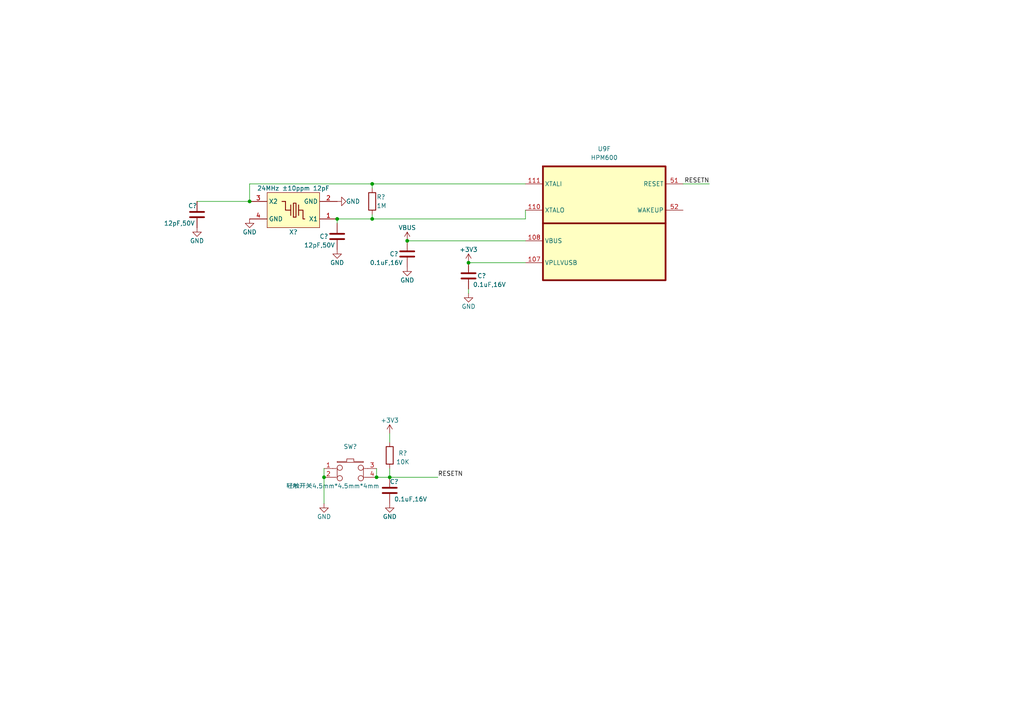
<source format=kicad_sch>
(kicad_sch (version 20230121) (generator eeschema)
  (paper "A4")
  (title_block (title "HPM6P00EVKRevB") (date "2024-10-13") (rev "RevB") (comment 1 "MCU_USB&OSC"))
  (junction (at 109.22 138.43))
  (junction (at 113.03 138.43))
  (junction (at 93.98 138.43))
  (junction (at 135.89 76.2))
  (junction (at 118.11 69.85))
  (junction (at 107.95 63.5))
  (junction (at 97.79 63.5))
  (junction (at 72.39 58.42))
  (junction (at 107.95 53.34))
  (wire (pts (xy 113.03 125.73) (xy 113.03 128.27)))
  (wire (pts (xy 93.98 135.89) (xy 93.98 138.43)))
  (wire (pts (xy 107.95 54.61) (xy 107.95 53.34)))
  (wire (pts (xy 107.95 63.5) (xy 152.4 63.5)))
  (wire (pts (xy 109.22 135.89) (xy 109.22 138.43)))
  (wire (pts (xy 113.03 135.89) (xy 113.03 138.43)))
  (wire (pts (xy 118.11 69.85) (xy 152.4 69.85)))
  (wire (pts (xy 57.15 58.42) (xy 72.39 58.42)))
  (wire (pts (xy 93.98 138.43) (xy 93.98 146.05)))
  (wire (pts (xy 72.39 53.34) (xy 107.95 53.34)))
  (wire (pts (xy 72.39 58.42) (xy 72.39 53.34)))
  (wire (pts (xy 205.74 53.34) (xy 198.12 53.34)))
  (wire (pts (xy 152.4 60.96) (xy 152.4 63.5)))
  (wire (pts (xy 135.89 76.2) (xy 152.4 76.2)))
  (wire (pts (xy 109.22 138.43) (xy 113.03 138.43)))
  (wire (pts (xy 97.79 63.5) (xy 107.95 63.5)))
  (wire (pts (xy 135.89 83.82) (xy 135.89 85.09)))
  (wire (pts (xy 97.79 64.77) (xy 97.79 63.5)))
  (wire (pts (xy 107.95 62.23) (xy 107.95 63.5)))
  (wire (pts (xy 107.95 53.34) (xy 152.4 53.34)))
  (wire (pts (xy 113.03 138.43) (xy 127 138.43)))
  (label "RESETN" (at 127 138.43 0))
  (label "RESETN" (at 205.74 53.34 180))
  (symbol (lib_id "00_HPM_power:GND") (at 118.11 77.47 0) (unit 1)
    (property "Reference" "#PWR?" (effects hide))
    (property "Value" "GND" (at 116.078 81.28 0) (effects (justify left)))
    (instances (project "HPM5300-USB-OSC" (path "" (reference "#PWR?") (unit 1))) (project "HPM600_CORE_EVB_REVA" (path "" (reference "#PWR0118") (unit 1)) (path "" (reference "#PWR0126") (unit 1))) (project "HPM6E00 SKT Board BGA289_BDIF REVA" (path "" (reference "#PWR060") (unit 1))) (project "HPM600ADCEVKRevB" (path "" (reference "#PWR013") (unit 1))) (project "HPM5300 SKT Board LQFP100 REVA" (path "" (reference "#PWR?") (unit 1))))
  )
  (symbol (lib_id "03_HPM_Capacitance:12pF,50V_0402") (at 97.79 68.58 0) (mirror y) (unit 1)
    (property "Reference" "C?" (at 95.25 68.58 0) (effects (justify left)))
    (property "Value" "12pF,50V" (at 97.155 71.12 0) (effects (justify left)))
    (property "Footprint" "03_HPM_Capacitance:C_0402_1005Metric" (effects hide))
    (property "Model" "CC0402JRNPO9BN120" (effects hide))
    (property "Company" " YAGEO(国巨)" (effects hide))
    (instances (project "HPM5300-USB-OSC" (path "" (reference "C?") (unit 1))) (project "HPM6E00 SKT Board BGA289_BDIF REVA" (path "" (reference "C?") (unit 1))) (project "HPM600ADCEVKRevB" (path "" (reference "C67") (unit 1))) (project "HPM5300 SKT Board LQFP100 REVA" (path "" (reference "C?") (unit 1))))
  )
  (symbol (lib_id "98_POWER:GND") (at 113.03 146.05 0) (unit 1)
    (property "Reference" "#PWR?" (effects hide))
    (property "Value" "GND" (at 110.998 149.86 0) (effects (justify left)))
    (instances (project "HPM5300-USB-OSC" (path "" (reference "#PWR?") (unit 1))) (project "HPM600ADCEVKRevB" (path "" (reference "#PWR067") (unit 1))) (project "HPM5300 EVK REVC" (path "" (reference "#PWR?") (unit 1))))
  )
  (symbol (lib_id "03_HPM_Capacitance:0.1uF,16V_0402") (at 118.11 73.66 0) (mirror y) (unit 1)
    (property "Reference" "C?" (at 115.57 73.66 0) (effects (justify left)))
    (property "Value" "0.1uF,16V" (at 116.84 76.2 0) (effects (justify left)))
    (property "Footprint" "03_HPM_Capacitance:C_0402_1005Metric" (effects hide))
    (property "Model" "CL05B104KO5NNNC" (effects hide))
    (property "Company" "SAMSUNG(三星)" (effects hide))
    (instances (project "HPM5300-USB-OSC" (path "" (reference "C?") (unit 1))) (project "HPM600_CORE_EVB_REVA" (path "" (reference "C42") (unit 1)) (path "" (reference "C44") (unit 1))) (project "HPM6E00 SKT Board BGA289_BDIF REVA" (path "" (reference "C39") (unit 1))) (project "HPM600ADCEVKRevB" (path "" (reference "C54") (unit 1))) (project "HPM5300 SKT Board LQFP100 REVA" (path "" (reference "C?") (unit 1))))
  )
  (symbol (lib_id "02_HPM_Resistor:10K_0402") (at 113.03 132.08 270) (unit 1)
    (property "Reference" "R?" (at 116.84 131.445 90))
    (property "Value" "10K" (at 116.84 133.985 90))
    (property "Footprint" "02_HPM_Resistor:R_0402_1005Metric" (effects hide))
    (property "Model" "0402WGF1002TCE" (effects hide))
    (property "Company" "UNI-ROYAL(厚声)" (effects hide))
    (instances (project "HPM5300-USB-OSC" (path "" (reference "R?") (unit 1))) (project "HPM600ADCEVKRevB" (path "" (reference "R56") (unit 1))) (project "HPM5300 EVK REVC" (path "" (reference "R?") (unit 1))))
  )
  (symbol (lib_id "03_HPM_Capacitance:0.1uF,16V_0402") (at 135.89 80.01 0) (unit 1)
    (property "Reference" "C?" (at 138.43 80.01 0) (effects (justify left)))
    (property "Value" "0.1uF,16V" (at 137.16 82.55 0) (effects (justify left)))
    (property "Footprint" "03_HPM_Capacitance:C_0402_1005Metric" (effects hide))
    (property "Model" "CL05B104KO5NNNC" (effects hide))
    (property "Company" "SAMSUNG(三星)" (effects hide))
    (instances (project "HPM5300-USB-OSC" (path "" (reference "C?") (unit 1))) (project "HPM6E00 SKT Board BGA289_BDIF REVA" (path "" (reference "C?") (unit 1))) (project "HPM600ADCEVKRevB" (path "" (reference "C68") (unit 1))) (project "HPM5300 SKT Board LQFP100 REVA" (path "" (reference "C?") (unit 1))))
  )
  (symbol (lib_id "00_HPM_power:GND") (at 72.39 63.5 0) (unit 1)
    (property "Reference" "#PWR?" (effects hide))
    (property "Value" "GND" (at 70.358 67.31 0) (effects (justify left)))
    (instances (project "HPM5300-USB-OSC" (path "" (reference "#PWR?") (unit 1))) (project "HPM6E00 SKT Board BGA289_BDIF REVA" (path "" (reference "#PWR?") (unit 1))) (project "HPM600ADCEVKRevB" (path "" (reference "#PWR060") (unit 1))) (project "HPM5300 SKT Board LQFP100 REVA" (path "" (reference "#PWR?") (unit 1))))
  )
  (symbol (lib_id "00_HPM_power:+3.3V") (at 113.03 125.73 0) (unit 1)
    (property "Reference" "#PWR?" (effects hide))
    (property "Value" "+3.3V" (at 113.03 121.92 0))
    (instances (project "HPM5300-USB-OSC" (path "" (reference "#PWR?") (unit 1))) (project "HPM600ADCEVKRevB" (path "" (reference "#PWR066") (unit 1))) (project "HPM5300 EVK REVC" (path "" (reference "#PWR?") (unit 1))))
  )
  (symbol (lib_id "03_HPM_Capacitance:12pF,50V_0402") (at 57.15 62.23 0) (mirror y) (unit 1)
    (property "Reference" "C?" (at 57.15 59.69 0) (effects (justify left)))
    (property "Value" "12pF,50V" (at 56.515 64.77 0) (effects (justify left)))
    (property "Footprint" "03_HPM_Capacitance:C_0402_1005Metric" (effects hide))
    (property "Model" "CC0402JRNPO9BN120" (effects hide))
    (property "Company" " YAGEO(国巨)" (effects hide))
    (instances (project "HPM5300-USB-OSC" (path "" (reference "C?") (unit 1))) (project "HPM6E00 SKT Board BGA289_BDIF REVA" (path "" (reference "C?") (unit 1))) (project "HPM600ADCEVKRevB" (path "" (reference "C66") (unit 1))) (project "HPM5300 SKT Board LQFP100 REVA" (path "" (reference "C?") (unit 1))))
  )
  (symbol (lib_id "00_HPM_power:+3.3V") (at 135.89 76.2 0) (unit 1)
    (property "Reference" "#PWR?" (effects hide))
    (property "Value" "+3.3V" (at 135.89 72.39 0))
    (instances (project "HPM6E00-PA00-PA31-JTAG-BOOT-LED-KEY" (path "" (reference "#PWR?") (unit 1))) (project "HPM6E00 SKT Board BGA289_BDIF REVA" (path "" (reference "#PWR?") (unit 1))) (project "HPM5300-CON-JTAG" (path "" (reference "#PWR?") (unit 1))) (project "HPM600ADCEVKRevB" (path "" (reference "#PWR?") (unit 1)) (path "" (reference "#PWR064") (unit 1))) (project "HPM5300 SKT Board LQFP100 REVA" (path "" (reference "#PWR?") (unit 1))))
  )
  (symbol (lib_id "01-HPM-Peripheral:轻触开关4.5mm*4.5mm*4mm") (at 101.6 135.89 0) (unit 1)
    (property "Reference" "SW?" (at 101.6 129.54 0))
    (property "Value" "轻触开关4.5mm*4.5mm*4mm" (at 96.52 140.97 0))
    (property "Footprint" "01_HPM_Peripheral:轻触开关SMD-4P,4.5x4.5mm" (effects hide))
    (property "Model" " TS4540TP" (effects hide))
    (property "Company" "SHOU HAN(首韩)" (effects hide))
    (instances (project "HPM5300-USB-OSC" (path "" (reference "SW?") (unit 1))) (project "HPM600ADCEVKRevB" (path "" (reference "SW1") (unit 1))) (project "HPM5300 EVK REVC" (path "" (reference "SW?") (unit 1))))
  )
  (symbol (lib_id "03_HPM_Capacitance:0.1uF,16V_0402") (at 113.03 142.24 0) (unit 1)
    (property "Reference" "C?" (at 113.03 139.7 0) (effects (justify left)))
    (property "Value" "0.1uF,16V" (at 114.3 144.78 0) (effects (justify left)))
    (property "Footprint" "03_HPM_Capacitance:C_0402_1005Metric" (effects hide))
    (property "Model" "CL05B104KO5NNNC" (effects hide))
    (property "Company" "SAMSUNG(三星)" (effects hide))
    (instances (project "HPM5300-USB-OSC" (path "" (reference "C?") (unit 1))) (project "HPM600ADCEVKRevB" (path "" (reference "C92") (unit 1))) (project "HPM5300 EVK REVC" (path "" (reference "C?") (unit 1))))
  )
  (symbol (lib_id "00_HPM_power:GND") (at 97.79 72.39 0) (mirror y) (unit 1)
    (property "Reference" "#PWR?" (effects hide))
    (property "Value" "GND" (at 99.822 76.2 0) (effects (justify left)))
    (instances (project "HPM5300-USB-OSC" (path "" (reference "#PWR?") (unit 1))) (project "HPM6E00 SKT Board BGA289_BDIF REVA" (path "" (reference "#PWR?") (unit 1))) (project "HPM600ADCEVKRevB" (path "" (reference "#PWR063") (unit 1))) (project "HPM5300 SKT Board LQFP100 REVA" (path "" (reference "#PWR?") (unit 1))))
  )
  (symbol (lib_id "00_HPM_power:GND") (at 57.15 66.04 0) (mirror y) (unit 1)
    (property "Reference" "#PWR?" (effects hide))
    (property "Value" "GND" (at 59.182 69.85 0) (effects (justify left)))
    (instances (project "HPM5300-USB-OSC" (path "" (reference "#PWR?") (unit 1))) (project "HPM6E00 SKT Board BGA289_BDIF REVA" (path "" (reference "#PWR?") (unit 1))) (project "HPM600ADCEVKRevB" (path "" (reference "#PWR059") (unit 1))) (project "HPM5300 SKT Board LQFP100 REVA" (path "" (reference "#PWR?") (unit 1))))
  )
  (symbol (lib_id "00_HPM_power:GND") (at 97.79 58.42 90) (unit 1)
    (property "Reference" "#PWR?" (effects hide))
    (property "Value" "GND" (at 100.33 58.42 90) (effects (justify right)))
    (instances (project "HPM5300-USB-OSC" (path "" (reference "#PWR?") (unit 1))) (project "HPM6E00 SKT Board BGA289_BDIF REVA" (path "" (reference "#PWR?") (unit 1))) (project "HPM600ADCEVKRevB" (path "" (reference "#PWR062") (unit 1))) (project "HPM5300 SKT Board LQFP100 REVA" (path "" (reference "#PWR?") (unit 1))))
  )
  (symbol (lib_id "00_HPM600_Library:HPM600") (at 157.48 48.26 0) (unit 6)
    (property "Reference" "U9" (at 175.26 43.18 0))
    (property "Value" "HPM600" (at 175.26 45.72 0))
    (property "Footprint" "00_HPM_Library:LQFP-176_20x20_Pitch0.4mm" (effects hide))
  )
  (symbol (lib_id "11_HPM_Oscillator:24MHz ±10ppm 12pF") (at 72.39 55.88 0) (unit 1)
    (property "Reference" "X?" (at 85.09 67.31 0))
    (property "Value" "24MHz ±10ppm 12pF" (at 85.09 54.61 0))
    (property "Footprint" "09_HPM_Oscillator:3225" (effects hide))
    (property "Model" " X1E0000210129" (effects hide))
    (property "Company" "EPSON(爱普生)" (effects hide))
    (instances (project "HPM5300-USB-OSC" (path "" (reference "X?") (unit 1))) (project "HPM6E00 SKT Board BGA289_BDIF REVA" (path "" (reference "X?") (unit 1))) (project "HPM600ADCEVKRevB" (path "" (reference "X1") (unit 1))) (project "HPM5300 SKT Board LQFP100 REVA" (path "" (reference "X?") (unit 1))))
  )
  (symbol (lib_id "00_HPM_power:GND") (at 135.89 85.09 0) (unit 1)
    (property "Reference" "#PWR?" (effects hide))
    (property "Value" "GND" (at 133.858 88.9 0) (effects (justify left)))
    (instances (project "HPM5300-USB-OSC" (path "" (reference "#PWR?") (unit 1))) (project "HPM6E00 SKT Board BGA289_BDIF REVA" (path "" (reference "#PWR?") (unit 1))) (project "HPM600ADCEVKRevB" (path "" (reference "#PWR065") (unit 1))) (project "HPM5300 SKT Board LQFP100 REVA" (path "" (reference "#PWR?") (unit 1))))
  )
  (symbol (lib_id "98_POWER:GND") (at 93.98 146.05 0) (unit 1)
    (property "Reference" "#PWR?" (effects hide))
    (property "Value" "GND" (at 91.948 149.86 0) (effects (justify left)))
    (instances (project "HPM5300-USB-OSC" (path "" (reference "#PWR?") (unit 1))) (project "HPM600ADCEVKRevB" (path "" (reference "#PWR061") (unit 1))) (project "HPM5300 EVK REVC" (path "" (reference "#PWR?") (unit 1))))
  )
  (symbol (lib_id "00_HPM_power:VBUS") (at 118.11 69.85 0) (unit 1)
    (property "Reference" "#PWR?" (effects hide))
    (property "Value" "VBUS" (at 118.11 66.04 0))
    (instances (project "HPM5300-USB-OSC" (path "" (reference "#PWR?") (unit 1))) (project "HPM600_CORE_EVB_REVA" (path "" (reference "#PWR0116") (unit 1)) (path "" (reference "#PWR0123") (unit 1))) (project "HPM6E00 SKT Board BGA289_BDIF REVA" (path "" (reference "#PWR041") (unit 1))) (project "HPM600ADCEVKRevB" (path "" (reference "#PWR03") (unit 1))) (project "HPM5300 SKT Board LQFP100 REVA" (path "" (reference "#PWR?") (unit 1))))
  )
  (symbol (lib_id "02_HPM_Resistor:1M_0402") (at 107.95 58.42 90) (unit 1)
    (property "Reference" "R?" (at 109.22 57.15 90) (effects (justify right)))
    (property "Value" "1M" (at 109.22 59.69 90) (effects (justify right)))
    (property "Footprint" "02_HPM_Resistor:R_0402_1005Metric" (effects hide))
    (property "Model" "CQ02WGJ0105TCE" (effects hide))
    (property "Company" "UNI-ROYAL(厚声)" (effects hide))
    (instances (project "HPM5300-USB-OSC" (path "" (reference "R?") (unit 1))) (project "HPM6E00 SKT Board BGA289_BDIF REVA" (path "" (reference "R?") (unit 1))) (project "HPM600ADCEVKRevB" (path "" (reference "R53") (unit 1))) (project "HPM5300 SKT Board LQFP100 REVA" (path "" (reference "R?") (unit 1))))
  )
)
</source>
